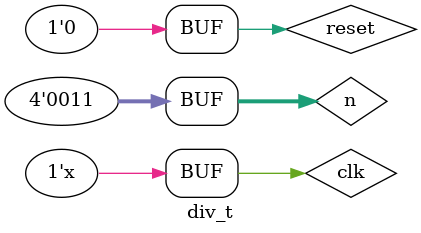
<source format=v>
`timescale 1ns/1ns

module div_t();

reg clk, reset;
reg[3: 0]n;
wire out;

initial
begin
    clk = 0;
    reset = 1;
    # 50 reset = 0;
    n = 4'd3;
end

always
    #50 clk = ~clk;

div u0(.clk(clk), .n(n), .reset(reset), .out(out));

endmodule
</source>
